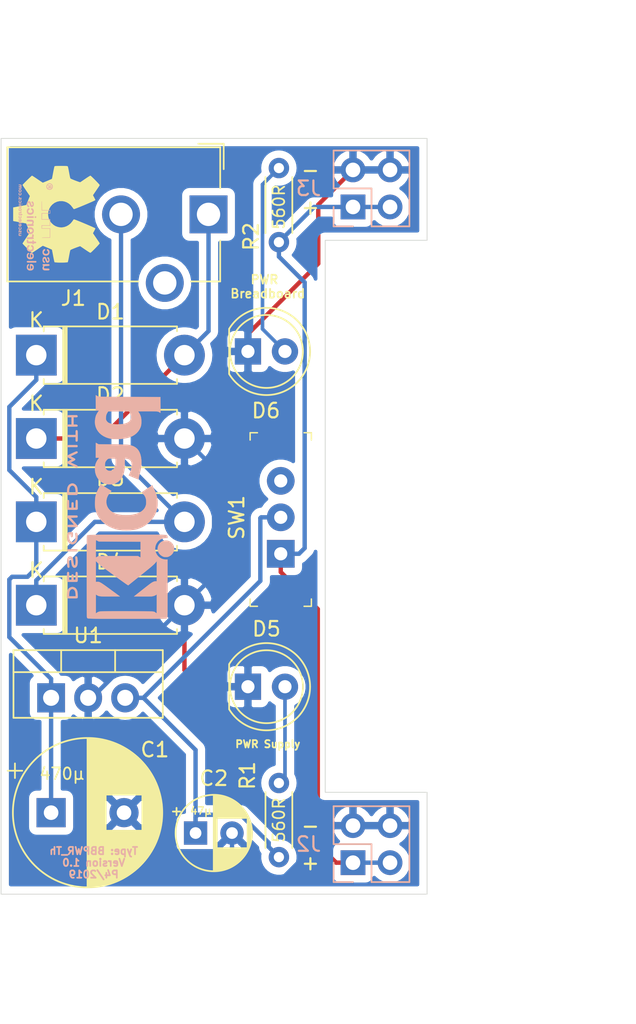
<source format=kicad_pcb>
(kicad_pcb (version 20171130) (host pcbnew "(5.1.0)-1")
  (title_block (title Breadboard_14_Rows_Power_Supply_V1) (date 2019-04-10) (rev 1) (company "USc Electronics") (comment 1 "designed by U. Schwalvenberg") (comment 2 "AC/DC conversion"))
  (layers (0 F.Cu signal) (31 B.Cu signal) (34 B.Paste user) (35 F.Paste user) (36 B.SilkS user) (37 F.SilkS user) (38 B.Mask user) (39 F.Mask user) (44 Edge.Cuts user))
  (net 0 "")
  (net 1 /Vin)
  (net 2 GND)
  (net 3 /Vout1)
  (net 4 /V1)
  (net 5 /V2)
  (net 6 "Net-(D5-Pad2)")
  (net 7 "Net-(D6-Pad2)")
  (net 8 /Vout2)
  (module Symbol:OSHW-Symbol_6.7x6mm_SilkScreen (layer F.Cu) (at 67.31 56.642 90)
    (fp_text reference REF** hide)
    (fp_text value OSHW-Symbol_6.7x6mm_SilkScreen hide)
  )
  (module Symbol:KiCad-Logo2_6mm_SilkScreen (layer B.Cu) (at 72.39 76.708 90)
    (fp_text reference REF** hide)
    (fp_text value KiCad-Logo2_6mm_SilkScreen hide)
  )
  (module "USC Electronics:USC_Electronics Logo" (layer B.Cu) (at 65.659 56.642 90)
    (fp_text reference G*** hide)
    (fp_text value LOGO hide)
  )
  (module Capacitor_THT:CP_Radial_D10.0mm_P5.00mm (layer F.Cu) (at 66.929 97.663)
    (fp_text reference C1 (at 7.112 -4.318) (layer F.SilkS))
    (fp_text value 470µF hide)
    (pad 1 thru_hole rect (at 0 0) (size 2 2) (drill 1) (layers *.Cu *.Mask) (net 1 /Vin))
    (pad 2 thru_hole circle (at 5 0) (size 2 2) (drill 1) (layers *.Cu *.Mask) (net 2 GND))
  )
  (module Capacitor_THT:CP_Radial_D5.0mm_P2.50mm (layer F.Cu) (at 76.835 99.06)
    (fp_text reference C2 (at 1.25 -3.75) (layer F.SilkS))
    (fp_text value 47µF)
    (pad 1 thru_hole rect (at 0 0) (size 1.6 1.6) (drill 0.8) (layers *.Cu *.Mask) (net 3 /Vout1))
    (pad 2 thru_hole circle (at 2.5 0) (size 1.6 1.6) (drill 0.8) (layers *.Cu *.Mask) (net 2 GND))
  )
  (module Diode_THT:D_5W_P10.16mm_Horizontal (layer F.Cu) (at 65.913 66.294)
    (fp_text reference D1 (at 5.08 -2.97) (layer F.SilkS))
    (fp_text value D)
    (fp_text user K (at 0 -2.4) (layer F.SilkS))
    (pad 2 thru_hole oval (at 10.16 0) (size 2.8 2.8) (drill 1.4) (layers *.Cu *.Mask) (net 4 /V1))
    (pad 1 thru_hole rect (at 0 0) (size 2.8 2.8) (drill 1.4) (layers *.Cu *.Mask) (net 1 /Vin))
  )
  (module Diode_THT:D_5W_P10.16mm_Horizontal (layer F.Cu) (at 65.913 72.009)
    (fp_text reference D2 (at 5.08 -2.97) (layer F.SilkS))
    (fp_text value D)
    (fp_text user K (at 0 -2.4) (layer F.SilkS))
    (pad 1 thru_hole rect (at 0 0) (size 2.8 2.8) (drill 1.4) (layers *.Cu *.Mask) (net 4 /V1))
    (pad 2 thru_hole oval (at 10.16 0) (size 2.8 2.8) (drill 1.4) (layers *.Cu *.Mask) (net 2 GND))
  )
  (module Diode_THT:D_5W_P10.16mm_Horizontal (layer F.Cu) (at 65.913 77.724)
    (fp_text reference D3 (at 5.08 -2.97) (layer F.SilkS))
    (fp_text value D)
    (fp_text user K (at 0 -2.4) (layer F.SilkS))
    (pad 1 thru_hole rect (at 0 0) (size 2.8 2.8) (drill 1.4) (layers *.Cu *.Mask) (net 1 /Vin))
    (pad 2 thru_hole oval (at 10.16 0) (size 2.8 2.8) (drill 1.4) (layers *.Cu *.Mask) (net 5 /V2))
  )
  (module Diode_THT:D_5W_P10.16mm_Horizontal (layer F.Cu) (at 65.913 83.439)
    (fp_text reference D4 (at 5.08 -2.97) (layer F.SilkS))
    (fp_text value D)
    (fp_text user K (at 0 -2.4) (layer F.SilkS))
    (pad 2 thru_hole oval (at 10.16 0) (size 2.8 2.8) (drill 1.4) (layers *.Cu *.Mask) (net 2 GND))
    (pad 1 thru_hole rect (at 0 0) (size 2.8 2.8) (drill 1.4) (layers *.Cu *.Mask) (net 5 /V2))
  )
  (module LED_THT:LED_D5.0mm (layer F.Cu) (at 80.427 89.027)
    (fp_text reference D5 (at 1.27 -3.96) (layer F.SilkS))
    (fp_text value LED)
    (pad 1 thru_hole rect (at 0 0) (size 1.8 1.8) (drill 0.9) (layers *.Cu *.Mask) (net 2 GND))
    (pad 2 thru_hole circle (at 2.54 0) (size 1.8 1.8) (drill 0.9) (layers *.Cu *.Mask) (net 6 "Net-(D5-Pad2)"))
  )
  (module LED_THT:LED_D5.0mm (layer F.Cu) (at 80.427 66.04)
    (fp_text reference D6 (at 1.234 4.064) (layer F.SilkS))
    (fp_text value LED)
    (pad 2 thru_hole circle (at 2.54 0) (size 1.8 1.8) (drill 0.9) (layers *.Cu *.Mask) (net 7 "Net-(D6-Pad2)"))
    (pad 1 thru_hole rect (at 0 0) (size 1.8 1.8) (drill 0.9) (layers *.Cu *.Mask) (net 2 GND))
  )
  (module Connector_BarrelJack:BarrelJack_CUI_PJ-102AH_Horizontal (layer F.Cu) (at 77.724 56.642 270)
    (fp_text reference J1 (at 5.75 9.271) (layer F.SilkS))
    (fp_text value Barrel_Jack_Switch)
    (pad 1 thru_hole rect (at 0 0 270) (size 2.6 2.6) (drill 1.6) (layers *.Cu *.Mask) (net 4 /V1))
    (pad 2 thru_hole circle (at 0 6 270) (size 2.6 2.6) (drill 1.6) (layers *.Cu *.Mask) (net 5 /V2))
    (pad 3 thru_hole circle (at 4.7 3 270) (size 2.6 2.6) (drill 1.6) (layers *.Cu *.Mask))
  )
  (module Connector_PinHeader_2.54mm:PinHeader_2x02_P2.54mm_Vertical (layer B.Cu) (at 87.63 101.092)
    (fp_text reference J2 (at -3.048 -1.27) (layer B.SilkS) (effects (justify mirror)))
    (fp_text value Conn_02x02_Odd_Even)
    (pad 1 thru_hole rect (at 0 0) (size 1.7 1.7) (drill 1) (layers *.Cu *.Mask) (net 8 /Vout2))
    (pad 2 thru_hole oval (at 2.54 0) (size 1.7 1.7) (drill 1) (layers *.Cu *.Mask) (net 8 /Vout2))
    (pad 3 thru_hole oval (at 0 -2.54) (size 1.7 1.7) (drill 1) (layers *.Cu *.Mask) (net 2 GND))
    (pad 4 thru_hole oval (at 2.54 -2.54) (size 1.7 1.7) (drill 1) (layers *.Cu *.Mask) (net 2 GND))
  )
  (module Connector_PinHeader_2.54mm:PinHeader_2x02_P2.54mm_Vertical (layer B.Cu) (at 87.63 56.134)
    (fp_text reference J3 (at -3.048 -1.27) (layer B.SilkS) (effects (justify mirror)))
    (fp_text value Conn_02x02_Odd_Even)
    (pad 4 thru_hole oval (at 2.54 -2.54) (size 1.7 1.7) (drill 1) (layers *.Cu *.Mask) (net 2 GND))
    (pad 3 thru_hole oval (at 0 -2.54) (size 1.7 1.7) (drill 1) (layers *.Cu *.Mask) (net 2 GND))
    (pad 2 thru_hole oval (at 2.54 0) (size 1.7 1.7) (drill 1) (layers *.Cu *.Mask) (net 8 /Vout2))
    (pad 1 thru_hole rect (at 0 0) (size 1.7 1.7) (drill 1) (layers *.Cu *.Mask) (net 8 /Vout2))
  )
  (module Resistor_THT:R_Axial_DIN0204_L3.6mm_D1.6mm_P5.08mm_Horizontal (layer F.Cu) (at 82.55 100.711 90)
    (fp_text reference R1 (at 5.588 -2.159 90) (layer F.SilkS))
    (fp_text value 560R)
    (pad 2 thru_hole oval (at 5.08 0 90) (size 1.4 1.4) (drill 0.7) (layers *.Cu *.Mask) (net 6 "Net-(D5-Pad2)"))
    (pad 1 thru_hole circle (at 0 0 90) (size 1.4 1.4) (drill 0.7) (layers *.Cu *.Mask) (net 3 /Vout1))
  )
  (module Resistor_THT:R_Axial_DIN0204_L3.6mm_D1.6mm_P5.08mm_Horizontal (layer F.Cu) (at 82.55 58.547 90)
    (fp_text reference R2 (at 0.381 -1.905 90) (layer F.SilkS))
    (fp_text value 560R)
    (pad 1 thru_hole circle (at 0 0 90) (size 1.4 1.4) (drill 0.7) (layers *.Cu *.Mask) (net 8 /Vout2))
    (pad 2 thru_hole oval (at 5.08 0 90) (size 1.4 1.4) (drill 0.7) (layers *.Cu *.Mask) (net 7 "Net-(D6-Pad2)"))
  )
  (module Package_TO_SOT_THT:TO-220-3_Vertical (layer F.Cu) (at 66.929 89.789)
    (fp_text reference U1 (at 2.54 -4.27) (layer F.SilkS))
    (fp_text value LM7805_TO220)
    (pad 1 thru_hole rect (at 0 0) (size 1.905 2) (drill 1.1) (layers *.Cu *.Mask) (net 1 /Vin))
    (pad 2 thru_hole oval (at 2.54 0) (size 1.905 2) (drill 1.1) (layers *.Cu *.Mask) (net 2 GND))
    (pad 3 thru_hole oval (at 5.08 0) (size 1.905 2) (drill 1.1) (layers *.Cu *.Mask) (net 3 /Vout1))
  )
  (module digikey-footprints:Switch_Slide_11.6x4mm_EG1218 (layer F.Cu) (at 82.677 79.9135 90)
    (fp_text reference SW1 (at 2.49 -3.02 90) (layer F.SilkS))
    (fp_text value SW_DPDT_x2)
    (pad 1 thru_hole rect (at 0 0 90) (size 1.9 1.9) (drill 0.9) (layers *.Cu *.Mask) (net 8 /Vout2))
    (pad 2 thru_hole circle (at 2.5 0 90) (size 1.9 1.9) (drill 0.9) (layers *.Cu *.Mask) (net 3 /Vout1))
    (pad 3 thru_hole circle (at 5 0 90) (size 1.9 1.9) (drill 0.9) (layers *.Cu *.Mask))
  )
  (gr_text 560R (at 82.55 98.171 90) (layer F.SilkS) (effects (font (size 0.8 0.8) (thickness 0.12))))
  (gr_text 560R (at 82.55 56.134 90) (layer F.SilkS) (effects (font (size 0.8 0.8) (thickness 0.12))))
  (gr_text 47µ (at 77.216 97.536) (layer F.SilkS) (effects (font (size 0.5 0.5) (thickness 0.1))))
  (gr_text 470µ (at 67.691 94.996) (layer F.SilkS) (effects (font (size 0.8 0.8) (thickness 0.12))))
  (gr_text "Type: BBPWR_Th\nVersion 1.0\nP4/2019" (at 69.85 101.092) (layer B.SilkS) (effects (font (size 0.5 0.5) (thickness 0.12)) (justify mirror)))
  (gr_text "PWR Supply" (at 81.788 92.964) (layer F.SilkS) (effects (font (size 0.5 0.5) (thickness 0.12))))
  (gr_text "PWR \nBreadboard" (at 81.788 61.595) (layer F.SilkS) (effects (font (size 0.6 0.6) (thickness 0.12))))
  (gr_text - (at 84.709 98.552) (layer F.SilkS) (effects (font (size 1 1))))
  (gr_text + (at 84.709 101.092) (layer F.SilkS) (effects (font (size 1 1))))
  (gr_text + (at 84.709 56.134) (layer F.SilkS) (effects (font (size 1 1))))
  (gr_text - (at 84.709 53.594) (layer F.SilkS) (effects (font (size 1 1))))
  (gr_line (start 85.725 58.42) (end 85.725 96.266) (layer Edge.Cuts) (width 0.05))
  (gr_line (start 63.5 51.435) (end 63.5 103.251) (layer Edge.Cuts) (width 0.05))
  (gr_line (start 92.71 103.251) (end 92.71 96.266) (layer Edge.Cuts) (width 0.05))
  (gr_line (start 92.71 58.42) (end 85.725 58.42) (layer Edge.Cuts) (width 0.05))
  (gr_line (start 92.71 58.42) (end 92.71 51.435) (layer Edge.Cuts) (width 0.05))
  (gr_line (start 63.5 51.435) (end 92.71 51.435) (layer Edge.Cuts) (width 0.05))
  (gr_line (start 92.71 96.266) (end 85.725 96.266) (layer Edge.Cuts) (width 0.05))
  (gr_line (start 63.5 103.251) (end 92.71 103.251) (layer Edge.Cuts) (width 0.05))
  (segment (start 65.913 76.024) (end 65.913 77.724) (width 0.3) (layer B.Cu) (net 1))
  (segment (start 64.062999 74.173999) (end 65.913 76.024) (width 0.3) (layer B.Cu) (net 1))
  (segment (start 64.062999 69.844001) (end 64.062999 74.173999) (width 0.3) (layer B.Cu) (net 1))
  (segment (start 65.913 67.994) (end 64.062999 69.844001) (width 0.3) (layer B.Cu) (net 1))
  (segment (start 65.913 66.294) (end 65.913 67.994) (width 0.3) (layer B.Cu) (net 1))
  (segment (start 64.062999 81.678999) (end 64.062999 85.622999) (width 0.3) (layer B.Cu) (net 1))
  (segment (start 64.25153 81.490468) (end 64.062999 81.678999) (width 0.3) (layer B.Cu) (net 1))
  (segment (start 66.929 88.489) (end 66.929 89.789) (width 0.3) (layer B.Cu) (net 1))
  (segment (start 65.31299 81.490468) (end 64.25153 81.490468) (width 0.3) (layer B.Cu) (net 1))
  (segment (start 64.062999 85.622999) (end 66.929 88.489) (width 0.3) (layer B.Cu) (net 1))
  (segment (start 65.913 80.890458) (end 65.31299 81.490468) (width 0.3) (layer B.Cu) (net 1))
  (segment (start 65.913 77.724) (end 65.913 80.890458) (width 0.3) (layer B.Cu) (net 1))
  (segment (start 66.929 89.789) (end 66.929 97.663) (width 0.3) (layer B.Cu) (net 1))
  (segment (start 90.17 53.594) (end 87.63 53.594) (width 0.3) (layer B.Cu) (net 2))
  (segment (start 76.073 70.029102) (end 76.073 72.009) (width 0.3) (layer B.Cu) (net 2))
  (segment (start 76.073 69.194) (end 76.073 70.029102) (width 0.3) (layer B.Cu) (net 2))
  (segment (start 79.227 66.04) (end 76.073 69.194) (width 0.3) (layer B.Cu) (net 2))
  (segment (start 80.427 66.04) (end 79.227 66.04) (width 0.3) (layer B.Cu) (net 2))
  (segment (start 77.472999 82.039001) (end 76.073 83.439) (width 0.3) (layer B.Cu) (net 2))
  (segment (start 78.105 81.407) (end 77.472999 82.039001) (width 0.3) (layer B.Cu) (net 2))
  (segment (start 78.105 74.041) (end 78.105 81.407) (width 0.3) (layer B.Cu) (net 2))
  (segment (start 76.073 72.009) (end 78.105 74.041) (width 0.3) (layer B.Cu) (net 2))
  (segment (start 69.723 89.789) (end 69.469 89.789) (width 0.3) (layer B.Cu) (net 2))
  (segment (start 76.073 83.439) (end 69.723 89.789) (width 0.3) (layer B.Cu) (net 2))
  (segment (start 69.469 95.203) (end 71.929 97.663) (width 0.3) (layer B.Cu) (net 2))
  (segment (start 69.469 89.789) (end 69.469 95.203) (width 0.3) (layer B.Cu) (net 2))
  (segment (start 78.535001 99.859999) (end 79.335 99.06) (width 0.3) (layer B.Cu) (net 2))
  (segment (start 78.084999 100.310001) (end 78.535001 99.859999) (width 0.3) (layer B.Cu) (net 2))
  (segment (start 74.576001 100.310001) (end 78.084999 100.310001) (width 0.3) (layer B.Cu) (net 2))
  (segment (start 71.929 97.663) (end 74.576001 100.310001) (width 0.3) (layer B.Cu) (net 2))
  (segment (start 79.335 100.19137) (end 81.535631 102.392001) (width 0.3) (layer B.Cu) (net 2))
  (segment (start 79.335 99.06) (end 79.335 100.19137) (width 0.3) (layer B.Cu) (net 2))
  (segment (start 90.17 98.552) (end 87.63 98.552) (width 0.3) (layer B.Cu) (net 2))
  (segment (start 82.571001 102.392001) (end 81.535631 102.392001) (width 0.3) (layer B.Cu) (net 2))
  (segment (start 86.411002 98.552) (end 82.571001 102.392001) (width 0.3) (layer B.Cu) (net 2))
  (segment (start 87.63 98.552) (end 86.411002 98.552) (width 0.3) (layer B.Cu) (net 2))
  (segment (start 77.216 89.027) (end 80.427 89.027) (width 0.3) (layer F.Cu) (net 2))
  (segment (start 76.073 83.439) (end 76.073 87.884) (width 0.3) (layer F.Cu) (net 2))
  (segment (start 76.073 87.884) (end 77.216 89.027) (width 0.3) (layer F.Cu) (net 2))
  (segment (start 80.427 64.84) (end 80.427 66.04) (width 0.3) (layer F.Cu) (net 2))
  (segment (start 85.24999 60.01701) (end 80.427 64.84) (width 0.3) (layer F.Cu) (net 2))
  (segment (start 85.24999 55.97401) (end 85.24999 60.01701) (width 0.3) (layer F.Cu) (net 2))
  (segment (start 87.63 53.594) (end 85.24999 55.97401) (width 0.3) (layer F.Cu) (net 2))
  (segment (start 81.333498 77.4135) (end 82.677 77.4135) (width 0.3) (layer B.Cu) (net 3))
  (segment (start 81.276999 77.469999) (end 81.333498 77.4135) (width 0.3) (layer B.Cu) (net 3))
  (segment (start 81.276999 81.773501) (end 81.276999 77.469999) (width 0.3) (layer B.Cu) (net 3))
  (segment (start 73.2615 89.789) (end 81.276999 81.773501) (width 0.3) (layer B.Cu) (net 3))
  (segment (start 73.2615 89.789) (end 72.009 89.789) (width 0.3) (layer B.Cu) (net 3))
  (segment (start 76.835 93.3625) (end 73.2615 89.789) (width 0.3) (layer B.Cu) (net 3))
  (segment (start 76.835 99.06) (end 76.835 93.3625) (width 0.3) (layer B.Cu) (net 3))
  (segment (start 76.835 99.06) (end 77.484998 99.06) (width 0.3) (layer B.Cu) (net 3))
  (segment (start 76.835 97.96) (end 76.835 99.06) (width 0.3) (layer B.Cu) (net 3))
  (segment (start 76.985001 97.809999) (end 76.835 97.96) (width 0.3) (layer B.Cu) (net 3))
  (segment (start 79.935001 97.809999) (end 76.985001 97.809999) (width 0.3) (layer B.Cu) (net 3))
  (segment (start 81.850001 99.724999) (end 79.935001 97.809999) (width 0.3) (layer B.Cu) (net 3))
  (segment (start 81.850001 100.011001) (end 81.850001 99.724999) (width 0.3) (layer B.Cu) (net 3))
  (segment (start 82.55 100.711) (end 81.850001 100.011001) (width 0.3) (layer B.Cu) (net 3))
  (segment (start 77.724 64.643) (end 76.073 66.294) (width 0.3) (layer B.Cu) (net 4))
  (segment (start 77.724 56.515) (end 77.724 64.643) (width 0.3) (layer B.Cu) (net 4))
  (segment (start 70.358 72.009) (end 65.913 72.009) (width 0.3) (layer F.Cu) (net 4))
  (segment (start 76.073 66.294) (end 70.358 72.009) (width 0.3) (layer F.Cu) (net 4))
  (segment (start 71.724 73.375) (end 76.073 77.724) (width 0.3) (layer B.Cu) (net 5))
  (segment (start 71.724 56.515) (end 71.724 73.375) (width 0.3) (layer B.Cu) (net 5))
  (segment (start 65.913 81.739) (end 65.913 83.439) (width 0.3) (layer B.Cu) (net 5))
  (segment (start 69.928 77.724) (end 65.913 81.739) (width 0.3) (layer B.Cu) (net 5))
  (segment (start 76.073 77.724) (end 69.928 77.724) (width 0.3) (layer B.Cu) (net 5))
  (segment (start 82.967 95.214) (end 82.55 95.631) (width 0.25) (layer B.Cu) (net 6))
  (segment (start 82.967 89.027) (end 82.967 95.214) (width 0.25) (layer B.Cu) (net 6))
  (segment (start 81.850001 54.166999) (end 82.55 53.467) (width 0.25) (layer B.Cu) (net 7))
  (segment (start 81.424999 54.592001) (end 81.850001 54.166999) (width 0.25) (layer B.Cu) (net 7))
  (segment (start 81.424999 64.497999) (end 81.424999 54.592001) (width 0.25) (layer B.Cu) (net 7))
  (segment (start 82.967 66.04) (end 81.424999 64.497999) (width 0.25) (layer B.Cu) (net 7))
  (segment (start 84.963 56.134) (end 82.55 58.547) (width 0.3) (layer B.Cu) (net 8))
  (segment (start 87.63 56.134) (end 84.963 56.134) (width 0.3) (layer B.Cu) (net 8))
  (segment (start 90.17 56.134) (end 87.63 56.134) (width 0.3) (layer B.Cu) (net 8))
  (segment (start 83.927 79.9135) (end 82.677 79.9135) (width 0.3) (layer B.Cu) (net 8))
  (segment (start 84.317001 79.523499) (end 83.927 79.9135) (width 0.3) (layer B.Cu) (net 8))
  (segment (start 84.317001 61.30395) (end 84.317001 79.523499) (width 0.3) (layer B.Cu) (net 8))
  (segment (start 82.55 59.536949) (end 84.317001 61.30395) (width 0.3) (layer B.Cu) (net 8))
  (segment (start 82.55 58.547) (end 82.55 59.536949) (width 0.3) (layer B.Cu) (net 8))
  (segment (start 87.63 101.092) (end 90.17 101.092) (width 0.3) (layer B.Cu) (net 8))
  (segment (start 86.48 101.092) (end 87.63 101.092) (width 0.3) (layer F.Cu) (net 8))
  (segment (start 85.217 99.829) (end 86.48 101.092) (width 0.3) (layer F.Cu) (net 8))
  (segment (start 85.217 83.7035) (end 85.217 99.829) (width 0.3) (layer F.Cu) (net 8))
  (segment (start 82.677 81.1635) (end 85.217 83.7035) (width 0.3) (layer F.Cu) (net 8))
  (segment (start 82.677 79.9135) (end 82.677 81.1635) (width 0.3) (layer F.Cu) (net 8))
  (zone (net 2) (net_name GND) (layer B.Cu) (connect_pads (clearance 0.508)) (min_thickness 0.254) (fill yes (arc_segments 32) (thermal_gap 0.508) (thermal_bridge_width 0.508))
    (polygon (pts (xy 92.456 51.689) (xy 63.754 51.689) (xy 63.754 103.124) (xy 92.583 103.124) (xy 92.583 96.393) (xy 85.598 96.393) (xy 85.598 58.293) (xy 92.456 58.293)))
  )
)
</source>
